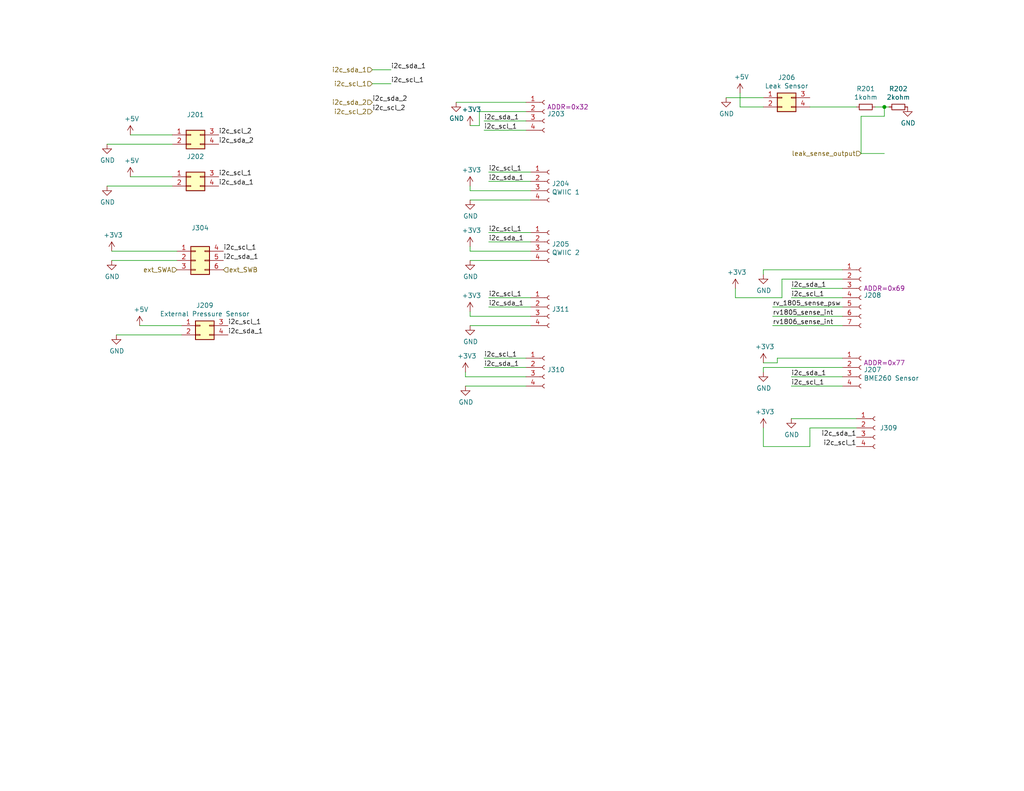
<source format=kicad_sch>
(kicad_sch (version 20211123) (generator eeschema)
  (paper "USLetter")
  (title_block (title "SeaFlight Open Source Glider") (date "2021-11-10") (rev "1.0") (company "Woods Hole Oceanographic Institute"))
  (lib_symbols
    (symbol "Connector:Conn_01x04_Female" (pin_names (offset 1.016) hide)
      (property "Reference" "J" (at 0 5.08 0))
      (property "Value" "Conn_01x04_Female" (at 0 -7.62 0))
      (symbol "Conn_01x04_Female_1_1"
        (arc (start 0 -4.572) (mid -0.508 -5.08) (end 0 -5.588) (stroke (width 0.1524)))
        (arc (start 0 -2.032) (mid -0.508 -2.54) (end 0 -3.048) (stroke (width 0.1524)))
        (polyline (pts (xy -1.27 -5.08) (xy -0.508 -5.08)) (stroke (width 0.1524)))
        (polyline (pts (xy -1.27 -2.54) (xy -0.508 -2.54)) (stroke (width 0.1524)))
        (polyline (pts (xy -1.27 0) (xy -0.508 0)) (stroke (width 0.1524)))
        (polyline (pts (xy -1.27 2.54) (xy -0.508 2.54)) (stroke (width 0.1524)))
        (arc (start 0 0.508) (mid -0.508 0) (end 0 -0.508) (stroke (width 0.1524)))
        (arc (start 0 3.048) (mid -0.508 2.54) (end 0 2.032) (stroke (width 0.1524)))
        (pin passive line (at -5.08 2.54 0) (length 3.81) (name "Pin_1") (number "1"))
        (pin passive line (at -5.08 0 0) (length 3.81) (name "Pin_2") (number "2"))
        (pin passive line (at -5.08 -2.54 0) (length 3.81) (name "Pin_3") (number "3"))
        (pin passive line (at -5.08 -5.08 0) (length 3.81) (name "Pin_4") (number "4"))
      )
    )
    (symbol "Connector:Conn_01x07_Female" (pin_names (offset 1.016) hide)
      (property "Reference" "J" (at 0 10.16 0))
      (property "Value" "Conn_01x07_Female" (at 0 -10.16 0))
      (symbol "Conn_01x07_Female_1_1"
        (arc (start 0 -7.112) (mid -0.508 -7.62) (end 0 -8.128) (stroke (width 0.1524)))
        (arc (start 0 -4.572) (mid -0.508 -5.08) (end 0 -5.588) (stroke (width 0.1524)))
        (arc (start 0 -2.032) (mid -0.508 -2.54) (end 0 -3.048) (stroke (width 0.1524)))
        (polyline (pts (xy -1.27 -7.62) (xy -0.508 -7.62)) (stroke (width 0.1524)))
        (polyline (pts (xy -1.27 -5.08) (xy -0.508 -5.08)) (stroke (width 0.1524)))
        (polyline (pts (xy -1.27 -2.54) (xy -0.508 -2.54)) (stroke (width 0.1524)))
        (polyline (pts (xy -1.27 0) (xy -0.508 0)) (stroke (width 0.1524)))
        (polyline (pts (xy -1.27 2.54) (xy -0.508 2.54)) (stroke (width 0.1524)))
        (polyline (pts (xy -1.27 5.08) (xy -0.508 5.08)) (stroke (width 0.1524)))
        (polyline (pts (xy -1.27 7.62) (xy -0.508 7.62)) (stroke (width 0.1524)))
        (arc (start 0 0.508) (mid -0.508 0) (end 0 -0.508) (stroke (width 0.1524)))
        (arc (start 0 3.048) (mid -0.508 2.54) (end 0 2.032) (stroke (width 0.1524)))
        (arc (start 0 5.588) (mid -0.508 5.08) (end 0 4.572) (stroke (width 0.1524)))
        (arc (start 0 8.128) (mid -0.508 7.62) (end 0 7.112) (stroke (width 0.1524)))
        (pin passive line (at -5.08 7.62 0) (length 3.81) (name "Pin_1") (number "1"))
        (pin passive line (at -5.08 5.08 0) (length 3.81) (name "Pin_2") (number "2"))
        (pin passive line (at -5.08 2.54 0) (length 3.81) (name "Pin_3") (number "3"))
        (pin passive line (at -5.08 0 0) (length 3.81) (name "Pin_4") (number "4"))
        (pin passive line (at -5.08 -2.54 0) (length 3.81) (name "Pin_5") (number "5"))
        (pin passive line (at -5.08 -5.08 0) (length 3.81) (name "Pin_6") (number "6"))
        (pin passive line (at -5.08 -7.62 0) (length 3.81) (name "Pin_7") (number "7"))
      )
    )
    (symbol "Connector_Generic:Conn_02x02_Top_Bottom" (pin_names (offset 1.016) hide)
      (property "Reference" "J" (at 1.27 2.54 0))
      (property "Value" "Conn_02x02_Top_Bottom" (at 1.27 -5.08 0))
      (symbol "Conn_02x02_Top_Bottom_1_1"
        (rectangle (start -1.27 -2.413) (end 0 -2.667) (stroke (width 0.1524)))
        (rectangle (start -1.27 0.127) (end 0 -0.127) (stroke (width 0.1524)))
        (rectangle (start -1.27 1.27) (end 3.81 -3.81) (stroke (width 0.254)) (fill (type background)))
        (rectangle (start 3.81 -2.413) (end 2.54 -2.667) (stroke (width 0.1524)))
        (rectangle (start 3.81 0.127) (end 2.54 -0.127) (stroke (width 0.1524)))
        (pin passive line (at -5.08 0 0) (length 3.81) (name "Pin_1") (number "1"))
        (pin passive line (at -5.08 -2.54 0) (length 3.81) (name "Pin_2") (number "2"))
        (pin passive line (at 7.62 0 180) (length 3.81) (name "Pin_3") (number "3"))
        (pin passive line (at 7.62 -2.54 180) (length 3.81) (name "Pin_4") (number "4"))
      )
    )
    (symbol "Connector_Generic:Conn_02x03_Top_Bottom" (pin_names (offset 1.016) hide)
      (property "Reference" "J" (at 1.27 5.08 0))
      (property "Value" "Conn_02x03_Top_Bottom" (at 1.27 -5.08 0))
      (symbol "Conn_02x03_Top_Bottom_1_1"
        (rectangle (start -1.27 -2.413) (end 0 -2.667) (stroke (width 0.1524)))
        (rectangle (start -1.27 0.127) (end 0 -0.127) (stroke (width 0.1524)))
        (rectangle (start -1.27 2.667) (end 0 2.413) (stroke (width 0.1524)))
        (rectangle (start -1.27 3.81) (end 3.81 -3.81) (stroke (width 0.254)) (fill (type background)))
        (rectangle (start 3.81 -2.413) (end 2.54 -2.667) (stroke (width 0.1524)))
        (rectangle (start 3.81 0.127) (end 2.54 -0.127) (stroke (width 0.1524)))
        (rectangle (start 3.81 2.667) (end 2.54 2.413) (stroke (width 0.1524)))
        (pin passive line (at -5.08 2.54 0) (length 3.81) (name "Pin_1") (number "1"))
        (pin passive line (at -5.08 0 0) (length 3.81) (name "Pin_2") (number "2"))
        (pin passive line (at -5.08 -2.54 0) (length 3.81) (name "Pin_3") (number "3"))
        (pin passive line (at 7.62 2.54 180) (length 3.81) (name "Pin_4") (number "4"))
        (pin passive line (at 7.62 0 180) (length 3.81) (name "Pin_5") (number "5"))
        (pin passive line (at 7.62 -2.54 180) (length 3.81) (name "Pin_6") (number "6"))
      )
    )
    (symbol "Device:R_Small" (pin_numbers hide) (pin_names (offset 0.254) hide)
      (property "Reference" "R" (at 0.762 0.508 0))
      (property "Value" "R_Small" (at 0.762 -1.016 0))
      (symbol "R_Small_0_1"
        (rectangle (start -0.762 1.778) (end 0.762 -1.778) (stroke (width 0.2032)))
      )
      (symbol "R_Small_1_1"
        (pin passive line (at 0 2.54 270) (length 0.762) (name "~") (number "1"))
        (pin passive line (at 0 -2.54 90) (length 0.762) (name "~") (number "2"))
      )
    )
    (symbol "power:+3.3V" (power) (pin_names (offset 0))
      (property "Value" "+3.3V" (at 0 3.556 0))
      (symbol "+3.3V_0_1"
        (polyline (pts (xy -0.762 1.27) (xy 0 2.54)))
        (polyline (pts (xy 0 0) (xy 0 2.54)))
        (polyline (pts (xy 0 2.54) (xy 0.762 1.27)))
      )
      (symbol "+3.3V_1_1"
        (pin power_in line (at 0 0 90) (length 0) hide (name "+3V3") (number "1"))
      )
    )
    (symbol "power:+5V" (power) (pin_names (offset 0))
      (property "Value" "+5V" (at 0 3.556 0))
      (symbol "+5V_0_1"
        (polyline (pts (xy -0.762 1.27) (xy 0 2.54)))
        (polyline (pts (xy 0 0) (xy 0 2.54)))
        (polyline (pts (xy 0 2.54) (xy 0.762 1.27)))
      )
      (symbol "+5V_1_1"
        (pin power_in line (at 0 0 90) (length 0) hide (name "+5V") (number "1"))
      )
    )
    (symbol "power:GND" (power) (pin_names (offset 0))
      (property "Value" "GND" (at 0 -3.81 0))
      (symbol "GND_0_1"
        (polyline (pts (xy 0 0) (xy 0 -1.27) (xy 1.27 -1.27) (xy 0 -2.54) (xy -1.27 -1.27) (xy 0 -1.27)))
      )
      (symbol "GND_1_1"
        (pin power_in line (at 0 0 270) (length 0) hide (name "GND") (number "1"))
      )
    )
  )
  (junction (at 241.3 29.21))
  (wire (pts (xy 210.82 88.9) (xy 229.87 88.9)))
  (wire (pts (xy 124.46 27.94) (xy 143.51 27.94)))
  (wire (pts (xy 234.95 31.75) (xy 234.95 41.91)))
  (wire (pts (xy 198.12 26.67) (xy 208.28 26.67)))
  (wire (pts (xy 128.27 68.58) (xy 144.78 68.58)))
  (wire (pts (xy 208.28 121.92) (xy 220.98 121.92)))
  (wire (pts (xy 128.27 86.36) (xy 144.78 86.36)))
  (wire (pts (xy 128.27 88.9) (xy 144.78 88.9)))
  (wire (pts (xy 208.28 99.06) (xy 212.09 99.06)))
  (wire (pts (xy 38.1 88.9) (xy 49.53 88.9)))
  (wire (pts (xy 133.35 49.53) (xy 144.78 49.53)))
  (wire (pts (xy 234.95 41.91) (xy 241.3 41.91)))
  (wire (pts (xy 128.27 54.61) (xy 144.78 54.61)))
  (wire (pts (xy 130.81 30.48) (xy 143.51 30.48)))
  (wire (pts (xy 128.27 34.29) (xy 130.81 34.29)))
  (wire (pts (xy 133.35 83.82) (xy 144.78 83.82)))
  (wire (pts (xy 200.66 81.28) (xy 213.36 81.28)))
  (wire (pts (xy 201.93 29.21) (xy 208.28 29.21)))
  (wire (pts (xy 213.36 81.28) (xy 213.36 76.2)))
  (wire (pts (xy 241.3 31.75) (xy 241.3 29.21)))
  (wire (pts (xy 128.27 52.07) (xy 144.78 52.07)))
  (wire (pts (xy 48.26 68.58) (xy 30.48 68.58)))
  (wire (pts (xy 215.9 81.28) (xy 229.87 81.28)))
  (wire (pts (xy 215.9 78.74) (xy 229.87 78.74)))
  (wire (pts (xy 127 105.41) (xy 143.51 105.41)))
  (wire (pts (xy 212.09 97.79) (xy 229.87 97.79)))
  (wire (pts (xy 210.82 86.36) (xy 229.87 86.36)))
  (wire (pts (xy 201.93 25.4) (xy 201.93 29.21)))
  (wire (pts (xy 128.27 67.31) (xy 128.27 68.58)))
  (wire (pts (xy 128.27 85.09) (xy 128.27 86.36)))
  (wire (pts (xy 132.08 33.02) (xy 143.51 33.02)))
  (wire (pts (xy 29.21 50.8) (xy 46.99 50.8)))
  (wire (pts (xy 241.3 29.21) (xy 242.57 29.21)))
  (wire (pts (xy 220.98 29.21) (xy 233.68 29.21)))
  (wire (pts (xy 132.08 35.56) (xy 143.51 35.56)))
  (wire (pts (xy 132.08 100.33) (xy 143.51 100.33)))
  (wire (pts (xy 238.76 29.21) (xy 241.3 29.21)))
  (wire (pts (xy 200.66 78.74) (xy 200.66 81.28)))
  (wire (pts (xy 213.36 76.2) (xy 229.87 76.2)))
  (wire (pts (xy 130.81 34.29) (xy 130.81 30.48)))
  (wire (pts (xy 234.95 31.75) (xy 241.3 31.75)))
  (wire (pts (xy 128.27 71.12) (xy 144.78 71.12)))
  (wire (pts (xy 127 102.87) (xy 143.51 102.87)))
  (wire (pts (xy 208.28 74.93) (xy 208.28 73.66)))
  (wire (pts (xy 31.75 91.44) (xy 49.53 91.44)))
  (wire (pts (xy 215.9 102.87) (xy 229.87 102.87)))
  (wire (pts (xy 215.9 105.41) (xy 229.87 105.41)))
  (wire (pts (xy 106.68 19.05) (xy 101.6 19.05)))
  (wire (pts (xy 208.28 101.6) (xy 208.28 100.33)))
  (wire (pts (xy 220.98 116.84) (xy 233.68 116.84)))
  (wire (pts (xy 35.56 36.83) (xy 46.99 36.83)))
  (wire (pts (xy 30.48 71.12) (xy 48.26 71.12)))
  (wire (pts (xy 133.35 81.28) (xy 144.78 81.28)))
  (wire (pts (xy 133.35 46.99) (xy 144.78 46.99)))
  (wire (pts (xy 215.9 114.3) (xy 233.68 114.3)))
  (wire (pts (xy 29.21 39.37) (xy 46.99 39.37)))
  (wire (pts (xy 127 101.6) (xy 127 102.87)))
  (wire (pts (xy 210.82 83.82) (xy 229.87 83.82)))
  (wire (pts (xy 212.09 99.06) (xy 212.09 97.79)))
  (wire (pts (xy 132.08 97.79) (xy 143.51 97.79)))
  (wire (pts (xy 128.27 50.8) (xy 128.27 52.07)))
  (wire (pts (xy 208.28 116.84) (xy 208.28 121.92)))
  (wire (pts (xy 35.56 48.26) (xy 46.99 48.26)))
  (wire (pts (xy 208.28 73.66) (xy 229.87 73.66)))
  (wire (pts (xy 133.35 63.5) (xy 144.78 63.5)))
  (wire (pts (xy 220.98 121.92) (xy 220.98 116.84)))
  (wire (pts (xy 106.68 22.86) (xy 101.6 22.86)))
  (wire (pts (xy 133.35 66.04) (xy 144.78 66.04)))
  (wire (pts (xy 208.28 100.33) (xy 229.87 100.33)))
  (label "i2c_sda_2" (at 101.6 27.94 0))
  (label "i2c_scl_1" (at 132.08 97.79 0))
  (label "i2c_sda_1" (at 106.68 19.05 0))
  (label "rv1805_sense_int" (at 210.82 86.36 0))
  (label "i2c_sda_1" (at 60.96 71.12 0))
  (label "rv_1805_sense_psw" (at 210.82 83.82 0))
  (label "i2c_sda_1" (at 62.23 91.44 0))
  (label "i2c_sda_1" (at 215.9 102.87 0))
  (label "i2c_scl_1" (at 133.35 81.28 0))
  (label "i2c_scl_1" (at 106.68 22.86 0))
  (label "rv1806_sense_int" (at 210.82 88.9 0))
  (label "i2c_scl_1" (at 133.35 63.5 0))
  (label "i2c_scl_1" (at 215.9 81.28 0))
  (label "i2c_sda_1" (at 133.35 66.04 0))
  (label "i2c_scl_1" (at 59.69 48.26 0))
  (label "i2c_sda_1" (at 132.08 100.33 0))
  (label "i2c_sda_2" (at 59.69 39.37 0))
  (label "i2c_scl_1" (at 60.96 68.58 0))
  (label "i2c_sda_1" (at 233.68 119.38 180))
  (label "i2c_scl_1" (at 132.08 35.56 0))
  (label "i2c_sda_1" (at 215.9 78.74 0))
  (label "i2c_scl_2" (at 101.6 30.48 0))
  (label "i2c_sda_1" (at 133.35 83.82 0))
  (label "i2c_sda_1" (at 133.35 49.53 0))
  (label "i2c_scl_1" (at 62.23 88.9 0))
  (label "i2c_scl_1" (at 215.9 105.41 0))
  (label "i2c_sda_1" (at 132.08 33.02 0))
  (label "i2c_scl_2" (at 59.69 36.83 0))
  (label "i2c_scl_1" (at 233.68 121.92 180))
  (label "i2c_sda_1" (at 59.69 50.8 0))
  (label "i2c_scl_1" (at 133.35 46.99 0))
  (hierarchical_label "leak_sense_output" (shape input) (at 234.95 41.91 180))
  (hierarchical_label "i2c_scl_2" (shape input) (at 101.6 30.48 180))
  (hierarchical_label "i2c_sda_1" (shape input) (at 101.6 19.05 180))
  (hierarchical_label "i2c_scl_1" (shape input) (at 101.6 22.86 180))
  (hierarchical_label "i2c_sda_2" (shape input) (at 101.6 27.94 180))
  (hierarchical_label "ext_SWA" (shape input) (at 48.26 73.66 180))
  (hierarchical_label "ext_SWB" (shape input) (at 60.96 73.66 0))
  (symbol (lib_id "Connector:Conn_01x04_Female") (at 149.86 66.04 0) (unit 1)
    (property "Reference" "J205" (at 150.5712 66.6496 0) (effects (justify left)))
    (property "Value" "QWIIC 2" (at 150.5712 68.961 0) (effects (justify left)))
    (property "Footprint" "Connector_JST:JST_SH_BM04B-SRSS-TB_1x04-1MP_P1.00mm_Vertical" (effects hide))
    (property "Link" "https://www.sparkfun.com/products/16766" (effects hide))
    (property "MANUFACTURER" "JST" (effects hide))
    (property "MPN" "BM04B-SRSS-TB" (effects hide))
    (property "Price" "0.50" (effects hide))
  )
  (symbol (lib_id "power:+3.3V") (at 128.27 67.31 0) (unit 1)
    (property "Reference" "#PWR0209" (effects hide))
    (property "Value" "+3.3V" (at 128.651 62.9158 0))
  )
  (symbol (lib_id "power:GND") (at 128.27 71.12 0) (unit 1)
    (property "Reference" "#PWR0210" (effects hide))
    (property "Value" "GND" (at 128.397 75.5142 0))
  )
  (symbol (lib_id "Connector:Conn_01x04_Female") (at 149.86 49.53 0) (unit 1)
    (property "Reference" "J204" (at 150.5712 50.1396 0) (effects (justify left)))
    (property "Value" "QWIIC 1" (at 150.5712 52.451 0) (effects (justify left)))
    (property "Footprint" "Connector_JST:JST_SH_BM04B-SRSS-TB_1x04-1MP_P1.00mm_Vertical" (effects hide))
    (property "Link" "https://www.sparkfun.com/products/16766" (effects hide))
    (property "MANUFACTURER" "JST" (effects hide))
    (property "MPN" "BM04B-SRSS-TB" (effects hide))
    (property "Price" "0.50" (effects hide))
  )
  (symbol (lib_id "power:+3.3V") (at 128.27 50.8 0) (unit 1)
    (property "Reference" "#PWR0207" (effects hide))
    (property "Value" "+3.3V" (at 128.651 46.4058 0))
  )
  (symbol (lib_id "power:GND") (at 128.27 54.61 0) (unit 1)
    (property "Reference" "#PWR0208" (effects hide))
    (property "Value" "GND" (at 128.397 59.0042 0))
  )
  (symbol (lib_id "power:GND") (at 215.9 114.3 0) (unit 1)
    (property "Reference" "#PWR0218" (effects hide))
    (property "Value" "GND" (at 216.027 118.6942 0))
  )
  (symbol (lib_id "power:+3.3V") (at 208.28 116.84 0) (unit 1)
    (property "Reference" "#PWR0220" (effects hide))
    (property "Value" "+3.3V" (at 208.661 112.4458 0))
  )
  (symbol (lib_id "power:GND") (at 198.12 26.67 0) (unit 1)
    (property "Reference" "#PWR0211" (effects hide))
    (property "Value" "GND" (at 198.247 31.0642 0))
  )
  (symbol (lib_id "Connector_Generic:Conn_02x02_Top_Bottom") (at 213.36 26.67 0) (unit 1)
    (property "Reference" "J206" (at 214.63 21.1582 0))
    (property "Value" "Leak Sensor" (at 214.63 23.4696 0))
    (property "Footprint" "Connector_Molex:Molex_Micro-Fit_3.0_43045-0421_2x02-1MP_P3.00mm_Horizontal" (effects hide))
    (property "Link" "https://www.digikey.com/en/products/detail/cui-devices/TBP01R1W-508-04BE/10238427?WT.z_cid=ref_neda_dkc_buynow_cuidevices&utm_source=ecia&utm_medium=aggregator&utm_campaign=cuidevices" (effects hide))
    (property "MANUFACTURER" "CUI Devices" (effects hide))
    (property "MPN" "TBP01R1W-508-04BE" (effects hide))
    (property "Price" "1.28" (effects hide))
    (property "Link2" "https://bluerobotics.com/store/sensors-sonars-cameras/leak-sensor/sos-leak-sensor/" (effects hide))
    (property "MPN2" "SOS-SET-R1-RP" (effects hide))
    (property "Manufacturer" "Blue Robotics" (effects hide))
    (property "Price2" "29" (effects hide))
  )
  (symbol (lib_id "power:+5V") (at 201.93 25.4 0) (unit 1)
    (property "Reference" "#PWR0212" (effects hide))
    (property "Value" "+5V" (at 202.311 21.0058 0))
  )
  (symbol (lib_id "Device:R_Small") (at 236.22 29.21 90) (unit 1)
    (property "Reference" "R201" (at 236.22 24.2316 90))
    (property "Value" "1kohm" (at 236.22 26.543 90))
    (property "Footprint" "Resistor_THT:R_Axial_DIN0204_L3.6mm_D1.6mm_P5.08mm_Vertical" (effects hide))
  )
  (symbol (lib_id "Device:R_Small") (at 245.11 29.21 90) (unit 1)
    (property "Reference" "R202" (at 245.11 24.2316 90))
    (property "Value" "2kohm" (at 245.11 26.543 90))
    (property "Footprint" "Resistor_THT:R_Axial_DIN0204_L3.6mm_D1.6mm_P5.08mm_Vertical" (effects hide))
  )
  (symbol (lib_id "power:GND") (at 247.65 29.21 0) (unit 1)
    (property "Reference" "#PWR0222" (effects hide))
    (property "Value" "GND" (at 247.777 33.6042 0))
  )
  (symbol (lib_id "Connector:Conn_01x07_Female") (at 234.95 81.28 0) (unit 1)
    (property "Reference" "J208" (at 235.6612 80.6196 0) (effects (justify left)))
    (property "Link" "https://www.digikey.com/en/products/detail/samtec-inc/SSQ-107-01-G-S/1110612" (effects hide))
    (property "MANUFACTURER" "Samtec Inc." (effects hide))
    (property "MPN" "SSQ-107-01-G-S" (effects hide))
    (property "Price" "1.47" (effects hide))
    (property "I2C_ADDR" "ADDR=0x69" (at 241.3 78.74 0))
    (property "Link2" "https://www.sparkfun.com/products/14558" (effects hide))
    (property "Price2" "16.95" (effects hide))
    (property "Manufacturer" "Sparkfun" (effects hide))
    (property "MATE_Link" "https://www.digikey.com/en/products/detail/molex/0901210127/760816" (effects hide))
    (property "MATE_MPN" "0901210127" (effects hide))
    (property "MATE_Price" "1.34" (effects hide))
  )
  (symbol (lib_id "power:+3.3V") (at 200.66 78.74 0) (unit 1)
    (property "Reference" "#PWR0216" (effects hide))
    (property "Value" "+3.3V" (at 201.041 74.3458 0))
  )
  (symbol (lib_id "power:GND") (at 208.28 74.93 0) (unit 1)
    (property "Reference" "#PWR0217" (effects hide))
    (property "Value" "GND" (at 208.407 79.3242 0))
  )
  (symbol (lib_id "Connector:Conn_01x04_Female") (at 234.95 100.33 0) (unit 1)
    (property "Reference" "J207" (at 235.6612 100.9396 0) (effects (justify left)))
    (property "Value" "BME260 Sensor" (at 235.6612 103.251 0) (effects (justify left)))
    (property "Footprint" "Connector_PinSocket_2.54mm:PinSocket_1x04_P2.54mm_Vertical" (effects hide))
    (property "Link" "https://www.digikey.com/en/products/detail/samtec-inc/SSQ-104-01-G-S/1110615" (effects hide))
    (property "MANUFACTURER" "Samtec Inc." (effects hide))
    (property "MPN" "SSQ-104-01-G-S" (effects hide))
    (property "Price" ".9" (effects hide))
    (property "I2C_ADDR" "ADDR=0x77" (at 241.3 99.06 0))
    (property "Link2" "https://www.sparkfun.com/products/13676" (effects hide))
    (property "Price2" "19.95" (effects hide))
    (property "Manufacturer" "Sparkfun" (effects hide))
    (property "MATE_Link" "https://www.digikey.com/en/products/detail/molex/0901210124/760813?s=N4IgTCBcDaIJwAYCMYnLAFhAXQL5A" (effects hide))
    (property "MATE_MPN" "0901210124" (effects hide))
    (property "MATE_Price" "0.88" (effects hide))
  )
  (symbol (lib_id "power:+3.3V") (at 208.28 99.06 0) (unit 1)
    (property "Reference" "#PWR0215" (effects hide))
    (property "Value" "+3.3V" (at 208.661 94.6658 0))
  )
  (symbol (lib_id "power:GND") (at 208.28 101.6 0) (unit 1)
    (property "Reference" "#PWR0224" (effects hide))
    (property "Value" "GND" (at 208.407 105.9942 0))
  )
  (symbol (lib_id "power:+5V") (at 35.56 36.83 0) (unit 1)
    (property "Reference" "#PWR0203" (effects hide))
    (property "Value" "+5V" (at 35.941 32.4358 0))
  )
  (symbol (lib_id "power:GND") (at 29.21 39.37 0) (unit 1)
    (property "Reference" "#PWR0201" (effects hide))
    (property "Value" "GND" (at 29.337 43.7642 0))
  )
  (symbol (lib_id "Connector_Generic:Conn_02x02_Top_Bottom") (at 52.07 36.83 0) (unit 1)
    (property "Reference" "J201" (at 53.34 31.3182 0))
    (property "Link" "https://www.digikey.com/en/products/detail/molex/0436500400/268991" (effects hide))
    (property "MANUFACTURER" "Molex" (effects hide))
    (property "MPN" "436500400" (effects hide))
    (property "Price" "1.73" (effects hide))
    (property "MATE_MPN" "0436450400" (effects hide))
    (property "MATE_Price" "0.50" (effects hide))
    (property "MATE_Link" "https://www.digikey.com/en/products/detail/molex/0436450400/268976" (effects hide))
    (property "Price2" "76.57" (effects hide))
    (property "Link2" "https://www.alliedelec.com/product/te-connectivity/m30j1-000105-300pg/71023700/" (effects hide))
    (property "MPN2" "M30J1-000105-300PG" (effects hide))
  )
  (symbol (lib_id "power:+5V") (at 35.56 48.26 0) (unit 1)
    (property "Reference" "#PWR0204" (effects hide))
    (property "Value" "+5V" (at 35.941 43.8658 0))
  )
  (symbol (lib_id "power:GND") (at 29.21 50.8 0) (unit 1)
    (property "Reference" "#PWR0202" (effects hide))
    (property "Value" "GND" (at 29.337 55.1942 0))
  )
  (symbol (lib_id "Connector_Generic:Conn_02x02_Top_Bottom") (at 52.07 48.26 0) (unit 1)
    (property "Reference" "J202" (at 53.34 42.7482 0))
    (property "Link" "https://www.digikey.com/en/products/detail/molex/0430450422/1635030" (effects hide))
    (property "MANUFACTURER" "Molex" (effects hide))
    (property "MPN" "0430450422" (effects hide))
    (property "Price" "2.38" (effects hide))
    (property "MATE_MPN" "0430250408" (effects hide))
    (property "MATE_Price" "0.48" (effects hide))
    (property "MATE_Link" "https://www.digikey.com/en/products/detail/molex/0430250408/4481508" (effects hide))
    (property "Link2" "https://www.alliedelec.com/product/te-connectivity/m30j1-000105-300pg/71023700/" (effects hide))
    (property "MPN2" "M30J1-000105-300PG" (effects hide))
    (property "Price2" "76.57" (effects hide))
  )
  (symbol (lib_id "Connector:Conn_01x04_Female") (at 148.59 30.48 0) (unit 1)
    (property "Reference" "J203" (at 149.3012 31.0896 0) (effects (justify left)))
    (property "Link" "https://www.digikey.com/en/products/detail/molex/0430450422/1635030" (effects hide))
    (property "MANUFACTURER" "Molex" (effects hide))
    (property "MPN" "0430450422" (effects hide))
    (property "Price" "2.38" (effects hide))
    (property "I2C_ADDR" "ADDR=0x32" (at 154.94 29.21 0))
    (property "Link2" "https://www.digikey.com/en/products/detail/sparkfun-electronics/SEN-12916/5764505" (effects hide))
    (property "Price2" "199.0" (effects hide))
    (property "MATE_MPN" "0430250408" (effects hide))
    (property "MATE_LINK" "https://www.digikey.com/en/products/detail/molex/0430250408/4481508" (effects hide))
  )
  (symbol (lib_id "power:GND") (at 124.46 27.94 0) (unit 1)
    (property "Reference" "#PWR0205" (effects hide))
    (property "Value" "GND" (at 124.587 32.3342 0))
  )
  (symbol (lib_id "power:+3.3V") (at 128.27 34.29 0) (unit 1)
    (property "Reference" "#PWR0206" (effects hide))
    (property "Value" "+3.3V" (at 128.651 29.8958 0))
  )
  (symbol (lib_id "power:GND") (at 30.48 71.12 0) (unit 1)
    (property "Reference" "#PWR0114" (effects hide))
    (property "Value" "GND" (at 30.607 75.5142 0))
  )
  (symbol (lib_id "power:+3.3V") (at 30.48 68.58 0) (unit 1)
    (property "Reference" "#PWR0115" (effects hide))
    (property "Value" "+3.3V" (at 30.861 64.1858 0))
  )
  (symbol (lib_id "power:+5V") (at 38.1 88.9 0) (unit 1)
    (property "Reference" "#PWR0219" (effects hide))
    (property "Value" "+5V" (at 38.481 84.5058 0))
  )
  (symbol (lib_id "power:GND") (at 31.75 91.44 0) (unit 1)
    (property "Reference" "#PWR0213" (effects hide))
    (property "Value" "GND" (at 31.877 95.8342 0))
  )
  (symbol (lib_id "Connector_Generic:Conn_02x02_Top_Bottom") (at 54.61 88.9 0) (unit 1)
    (property "Reference" "J209" (at 55.88 83.3882 0))
    (property "Value" "External Pressure Sensor" (at 55.88 85.6996 0))
    (property "Footprint" "Connector_Molex:Molex_Micro-Fit_3.0_43045-0421_2x02-1MP_P3.00mm_Horizontal" (effects hide))
    (property "Link" "https://www.digikey.com/short/b28q047p" (effects hide))
    (property "MANUFACTURER" "Molex" (effects hide))
    (property "MPN" "0430450421" (effects hide))
    (property "Price" "2.04" (effects hide))
    (property "MATE_MPN" "430250408" (effects hide))
    (property "MATE_Price" "0.48" (effects hide))
    (property "MATE_Link" "https://www.digikey.com/en/products/detail/molex/0430250408/4481508" (effects hide))
    (property "Price2" "259" (effects hide))
    (property "Link2" "https://bluerobotics.com/store/sensors-sonars-cameras/sensors/bar100-sensor-r2-rp/" (effects hide))
    (property "MPN2" "BAR100-SENSOR-R2-RP" (effects hide))
    (property "Manufacturer" "Blue Robotics" (effects hide))
  )
  (symbol (lib_id "Connector:Conn_01x04_Female") (at 238.76 116.84 0) (unit 1)
    (property "Reference" "J309" (at 240.03 116.8399 0) (effects (justify left)))
    (property "Datasheet" "https://www.sparkfun.com/products/13676" (effects hide))
    (property "I2C_ADDR" "ADDR=0x76" (effects hide))
  )
  (symbol (lib_id "power:+3.3V") (at 128.27 85.09 0) (unit 1)
    (property "Reference" "#PWR0118" (effects hide))
    (property "Value" "+3.3V" (at 128.651 80.6958 0))
  )
  (symbol (lib_id "Connector:Conn_01x04_Female") (at 149.86 83.82 0) (unit 1)
    (property "Reference" "J311" (at 150.5712 84.4296 0) (effects (justify left)))
    (property "Link" "https://www.sparkfun.com/products/16766" (effects hide))
    (property "MANUFACTURER" "JST" (effects hide))
    (property "MPN" "BM04B-SRSS-TB" (effects hide))
    (property "Price" "0.50" (effects hide))
  )
  (symbol (lib_id "power:+3.3V") (at 127 101.6 0) (unit 1)
    (property "Reference" "#PWR0112" (effects hide))
    (property "Value" "+3.3V" (at 127.381 97.2058 0))
  )
  (symbol (lib_id "Connector_Generic:Conn_02x03_Top_Bottom") (at 53.34 71.12 0) (unit 1)
    (property "Reference" "J304" (at 54.61 62.23 0))
  )
  (symbol (lib_id "power:GND") (at 128.27 88.9 0) (unit 1)
    (property "Reference" "#PWR0110" (effects hide))
    (property "Value" "GND" (at 128.397 93.2942 0))
  )
  (symbol (lib_id "Connector:Conn_01x04_Female") (at 148.59 100.33 0) (unit 1)
    (property "Reference" "J310" (at 149.3012 100.9396 0) (effects (justify left)))
    (property "Link" "https://www.sparkfun.com/products/16766" (effects hide))
    (property "MANUFACTURER" "JST" (effects hide))
    (property "MPN" "BM04B-SRSS-TB" (effects hide))
    (property "Price" "0.50" (effects hide))
  )
  (symbol (lib_id "power:GND") (at 127 105.41 0) (unit 1)
    (property "Reference" "#PWR0108" (effects hide))
    (property "Value" "GND" (at 127.127 109.8042 0))
  )
)
</source>
